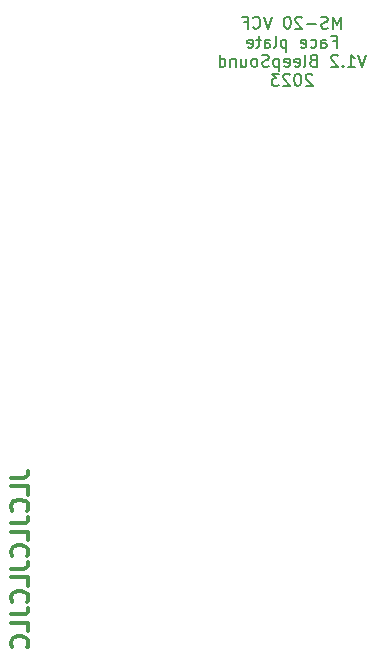
<source format=gbo>
G04 #@! TF.GenerationSoftware,KiCad,Pcbnew,6.0.10+dfsg-1~bpo11+1*
G04 #@! TF.CreationDate,2023-01-15T17:06:35+00:00*
G04 #@! TF.ProjectId,MS20-VCF,4d533230-2d56-4434-962e-6b696361645f,rev?*
G04 #@! TF.SameCoordinates,Original*
G04 #@! TF.FileFunction,Legend,Bot*
G04 #@! TF.FilePolarity,Positive*
%FSLAX46Y46*%
G04 Gerber Fmt 4.6, Leading zero omitted, Abs format (unit mm)*
G04 Created by KiCad (PCBNEW 6.0.10+dfsg-1~bpo11+1) date 2023-01-15 17:06:35*
%MOMM*%
%LPD*%
G01*
G04 APERTURE LIST*
%ADD10C,0.300000*%
%ADD11C,0.150000*%
%ADD12O,6.700000X4.200000*%
G04 APERTURE END LIST*
D10*
X104178571Y-67071428D02*
X105250000Y-67071428D01*
X105464285Y-67000000D01*
X105607142Y-66857142D01*
X105678571Y-66642857D01*
X105678571Y-66500000D01*
X105678571Y-68500000D02*
X105678571Y-67785714D01*
X104178571Y-67785714D01*
X105535714Y-69857142D02*
X105607142Y-69785714D01*
X105678571Y-69571428D01*
X105678571Y-69428571D01*
X105607142Y-69214285D01*
X105464285Y-69071428D01*
X105321428Y-69000000D01*
X105035714Y-68928571D01*
X104821428Y-68928571D01*
X104535714Y-69000000D01*
X104392857Y-69071428D01*
X104250000Y-69214285D01*
X104178571Y-69428571D01*
X104178571Y-69571428D01*
X104250000Y-69785714D01*
X104321428Y-69857142D01*
X104178571Y-70928571D02*
X105250000Y-70928571D01*
X105464285Y-70857142D01*
X105607142Y-70714285D01*
X105678571Y-70500000D01*
X105678571Y-70357142D01*
X105678571Y-72357142D02*
X105678571Y-71642857D01*
X104178571Y-71642857D01*
X105535714Y-73714285D02*
X105607142Y-73642857D01*
X105678571Y-73428571D01*
X105678571Y-73285714D01*
X105607142Y-73071428D01*
X105464285Y-72928571D01*
X105321428Y-72857142D01*
X105035714Y-72785714D01*
X104821428Y-72785714D01*
X104535714Y-72857142D01*
X104392857Y-72928571D01*
X104250000Y-73071428D01*
X104178571Y-73285714D01*
X104178571Y-73428571D01*
X104250000Y-73642857D01*
X104321428Y-73714285D01*
X104178571Y-74785714D02*
X105250000Y-74785714D01*
X105464285Y-74714285D01*
X105607142Y-74571428D01*
X105678571Y-74357142D01*
X105678571Y-74214285D01*
X105678571Y-76214285D02*
X105678571Y-75500000D01*
X104178571Y-75500000D01*
X105535714Y-77571428D02*
X105607142Y-77500000D01*
X105678571Y-77285714D01*
X105678571Y-77142857D01*
X105607142Y-76928571D01*
X105464285Y-76785714D01*
X105321428Y-76714285D01*
X105035714Y-76642857D01*
X104821428Y-76642857D01*
X104535714Y-76714285D01*
X104392857Y-76785714D01*
X104250000Y-76928571D01*
X104178571Y-77142857D01*
X104178571Y-77285714D01*
X104250000Y-77500000D01*
X104321428Y-77571428D01*
X104178571Y-78642857D02*
X105250000Y-78642857D01*
X105464285Y-78571428D01*
X105607142Y-78428571D01*
X105678571Y-78214285D01*
X105678571Y-78071428D01*
X105678571Y-80071428D02*
X105678571Y-79357142D01*
X104178571Y-79357142D01*
X105535714Y-81428571D02*
X105607142Y-81357142D01*
X105678571Y-81142857D01*
X105678571Y-81000000D01*
X105607142Y-80785714D01*
X105464285Y-80642857D01*
X105321428Y-80571428D01*
X105035714Y-80500000D01*
X104821428Y-80500000D01*
X104535714Y-80571428D01*
X104392857Y-80642857D01*
X104250000Y-80785714D01*
X104178571Y-81000000D01*
X104178571Y-81142857D01*
X104250000Y-81357142D01*
X104321428Y-81428571D01*
D11*
X132119047Y-29037380D02*
X132119047Y-28037380D01*
X131785714Y-28751666D01*
X131452380Y-28037380D01*
X131452380Y-29037380D01*
X131023809Y-28989761D02*
X130880952Y-29037380D01*
X130642857Y-29037380D01*
X130547619Y-28989761D01*
X130500000Y-28942142D01*
X130452380Y-28846904D01*
X130452380Y-28751666D01*
X130500000Y-28656428D01*
X130547619Y-28608809D01*
X130642857Y-28561190D01*
X130833333Y-28513571D01*
X130928571Y-28465952D01*
X130976190Y-28418333D01*
X131023809Y-28323095D01*
X131023809Y-28227857D01*
X130976190Y-28132619D01*
X130928571Y-28085000D01*
X130833333Y-28037380D01*
X130595238Y-28037380D01*
X130452380Y-28085000D01*
X130023809Y-28656428D02*
X129261904Y-28656428D01*
X128833333Y-28132619D02*
X128785714Y-28085000D01*
X128690476Y-28037380D01*
X128452380Y-28037380D01*
X128357142Y-28085000D01*
X128309523Y-28132619D01*
X128261904Y-28227857D01*
X128261904Y-28323095D01*
X128309523Y-28465952D01*
X128880952Y-29037380D01*
X128261904Y-29037380D01*
X127642857Y-28037380D02*
X127547619Y-28037380D01*
X127452380Y-28085000D01*
X127404761Y-28132619D01*
X127357142Y-28227857D01*
X127309523Y-28418333D01*
X127309523Y-28656428D01*
X127357142Y-28846904D01*
X127404761Y-28942142D01*
X127452380Y-28989761D01*
X127547619Y-29037380D01*
X127642857Y-29037380D01*
X127738095Y-28989761D01*
X127785714Y-28942142D01*
X127833333Y-28846904D01*
X127880952Y-28656428D01*
X127880952Y-28418333D01*
X127833333Y-28227857D01*
X127785714Y-28132619D01*
X127738095Y-28085000D01*
X127642857Y-28037380D01*
X126261904Y-28037380D02*
X125928571Y-29037380D01*
X125595238Y-28037380D01*
X124690476Y-28942142D02*
X124738095Y-28989761D01*
X124880952Y-29037380D01*
X124976190Y-29037380D01*
X125119047Y-28989761D01*
X125214285Y-28894523D01*
X125261904Y-28799285D01*
X125309523Y-28608809D01*
X125309523Y-28465952D01*
X125261904Y-28275476D01*
X125214285Y-28180238D01*
X125119047Y-28085000D01*
X124976190Y-28037380D01*
X124880952Y-28037380D01*
X124738095Y-28085000D01*
X124690476Y-28132619D01*
X123928571Y-28513571D02*
X124261904Y-28513571D01*
X124261904Y-29037380D02*
X124261904Y-28037380D01*
X123785714Y-28037380D01*
X131428571Y-30123571D02*
X131761904Y-30123571D01*
X131761904Y-30647380D02*
X131761904Y-29647380D01*
X131285714Y-29647380D01*
X130476190Y-30647380D02*
X130476190Y-30123571D01*
X130523809Y-30028333D01*
X130619047Y-29980714D01*
X130809523Y-29980714D01*
X130904761Y-30028333D01*
X130476190Y-30599761D02*
X130571428Y-30647380D01*
X130809523Y-30647380D01*
X130904761Y-30599761D01*
X130952380Y-30504523D01*
X130952380Y-30409285D01*
X130904761Y-30314047D01*
X130809523Y-30266428D01*
X130571428Y-30266428D01*
X130476190Y-30218809D01*
X129571428Y-30599761D02*
X129666666Y-30647380D01*
X129857142Y-30647380D01*
X129952380Y-30599761D01*
X130000000Y-30552142D01*
X130047619Y-30456904D01*
X130047619Y-30171190D01*
X130000000Y-30075952D01*
X129952380Y-30028333D01*
X129857142Y-29980714D01*
X129666666Y-29980714D01*
X129571428Y-30028333D01*
X128761904Y-30599761D02*
X128857142Y-30647380D01*
X129047619Y-30647380D01*
X129142857Y-30599761D01*
X129190476Y-30504523D01*
X129190476Y-30123571D01*
X129142857Y-30028333D01*
X129047619Y-29980714D01*
X128857142Y-29980714D01*
X128761904Y-30028333D01*
X128714285Y-30123571D01*
X128714285Y-30218809D01*
X129190476Y-30314047D01*
X127523809Y-29980714D02*
X127523809Y-30980714D01*
X127523809Y-30028333D02*
X127428571Y-29980714D01*
X127238095Y-29980714D01*
X127142857Y-30028333D01*
X127095238Y-30075952D01*
X127047619Y-30171190D01*
X127047619Y-30456904D01*
X127095238Y-30552142D01*
X127142857Y-30599761D01*
X127238095Y-30647380D01*
X127428571Y-30647380D01*
X127523809Y-30599761D01*
X126476190Y-30647380D02*
X126571428Y-30599761D01*
X126619047Y-30504523D01*
X126619047Y-29647380D01*
X125666666Y-30647380D02*
X125666666Y-30123571D01*
X125714285Y-30028333D01*
X125809523Y-29980714D01*
X126000000Y-29980714D01*
X126095238Y-30028333D01*
X125666666Y-30599761D02*
X125761904Y-30647380D01*
X126000000Y-30647380D01*
X126095238Y-30599761D01*
X126142857Y-30504523D01*
X126142857Y-30409285D01*
X126095238Y-30314047D01*
X126000000Y-30266428D01*
X125761904Y-30266428D01*
X125666666Y-30218809D01*
X125333333Y-29980714D02*
X124952380Y-29980714D01*
X125190476Y-29647380D02*
X125190476Y-30504523D01*
X125142857Y-30599761D01*
X125047619Y-30647380D01*
X124952380Y-30647380D01*
X124238095Y-30599761D02*
X124333333Y-30647380D01*
X124523809Y-30647380D01*
X124619047Y-30599761D01*
X124666666Y-30504523D01*
X124666666Y-30123571D01*
X124619047Y-30028333D01*
X124523809Y-29980714D01*
X124333333Y-29980714D01*
X124238095Y-30028333D01*
X124190476Y-30123571D01*
X124190476Y-30218809D01*
X124666666Y-30314047D01*
X134261904Y-31257380D02*
X133928571Y-32257380D01*
X133595238Y-31257380D01*
X132738095Y-32257380D02*
X133309523Y-32257380D01*
X133023809Y-32257380D02*
X133023809Y-31257380D01*
X133119047Y-31400238D01*
X133214285Y-31495476D01*
X133309523Y-31543095D01*
X132309523Y-32162142D02*
X132261904Y-32209761D01*
X132309523Y-32257380D01*
X132357142Y-32209761D01*
X132309523Y-32162142D01*
X132309523Y-32257380D01*
X131880952Y-31352619D02*
X131833333Y-31305000D01*
X131738095Y-31257380D01*
X131500000Y-31257380D01*
X131404761Y-31305000D01*
X131357142Y-31352619D01*
X131309523Y-31447857D01*
X131309523Y-31543095D01*
X131357142Y-31685952D01*
X131928571Y-32257380D01*
X131309523Y-32257380D01*
X129785714Y-31733571D02*
X129642857Y-31781190D01*
X129595238Y-31828809D01*
X129547619Y-31924047D01*
X129547619Y-32066904D01*
X129595238Y-32162142D01*
X129642857Y-32209761D01*
X129738095Y-32257380D01*
X130119047Y-32257380D01*
X130119047Y-31257380D01*
X129785714Y-31257380D01*
X129690476Y-31305000D01*
X129642857Y-31352619D01*
X129595238Y-31447857D01*
X129595238Y-31543095D01*
X129642857Y-31638333D01*
X129690476Y-31685952D01*
X129785714Y-31733571D01*
X130119047Y-31733571D01*
X128976190Y-32257380D02*
X129071428Y-32209761D01*
X129119047Y-32114523D01*
X129119047Y-31257380D01*
X128214285Y-32209761D02*
X128309523Y-32257380D01*
X128500000Y-32257380D01*
X128595238Y-32209761D01*
X128642857Y-32114523D01*
X128642857Y-31733571D01*
X128595238Y-31638333D01*
X128500000Y-31590714D01*
X128309523Y-31590714D01*
X128214285Y-31638333D01*
X128166666Y-31733571D01*
X128166666Y-31828809D01*
X128642857Y-31924047D01*
X127357142Y-32209761D02*
X127452380Y-32257380D01*
X127642857Y-32257380D01*
X127738095Y-32209761D01*
X127785714Y-32114523D01*
X127785714Y-31733571D01*
X127738095Y-31638333D01*
X127642857Y-31590714D01*
X127452380Y-31590714D01*
X127357142Y-31638333D01*
X127309523Y-31733571D01*
X127309523Y-31828809D01*
X127785714Y-31924047D01*
X126880952Y-31590714D02*
X126880952Y-32590714D01*
X126880952Y-31638333D02*
X126785714Y-31590714D01*
X126595238Y-31590714D01*
X126500000Y-31638333D01*
X126452380Y-31685952D01*
X126404761Y-31781190D01*
X126404761Y-32066904D01*
X126452380Y-32162142D01*
X126500000Y-32209761D01*
X126595238Y-32257380D01*
X126785714Y-32257380D01*
X126880952Y-32209761D01*
X126023809Y-32209761D02*
X125880952Y-32257380D01*
X125642857Y-32257380D01*
X125547619Y-32209761D01*
X125500000Y-32162142D01*
X125452380Y-32066904D01*
X125452380Y-31971666D01*
X125500000Y-31876428D01*
X125547619Y-31828809D01*
X125642857Y-31781190D01*
X125833333Y-31733571D01*
X125928571Y-31685952D01*
X125976190Y-31638333D01*
X126023809Y-31543095D01*
X126023809Y-31447857D01*
X125976190Y-31352619D01*
X125928571Y-31305000D01*
X125833333Y-31257380D01*
X125595238Y-31257380D01*
X125452380Y-31305000D01*
X124880952Y-32257380D02*
X124976190Y-32209761D01*
X125023809Y-32162142D01*
X125071428Y-32066904D01*
X125071428Y-31781190D01*
X125023809Y-31685952D01*
X124976190Y-31638333D01*
X124880952Y-31590714D01*
X124738095Y-31590714D01*
X124642857Y-31638333D01*
X124595238Y-31685952D01*
X124547619Y-31781190D01*
X124547619Y-32066904D01*
X124595238Y-32162142D01*
X124642857Y-32209761D01*
X124738095Y-32257380D01*
X124880952Y-32257380D01*
X123690476Y-31590714D02*
X123690476Y-32257380D01*
X124119047Y-31590714D02*
X124119047Y-32114523D01*
X124071428Y-32209761D01*
X123976190Y-32257380D01*
X123833333Y-32257380D01*
X123738095Y-32209761D01*
X123690476Y-32162142D01*
X123214285Y-31590714D02*
X123214285Y-32257380D01*
X123214285Y-31685952D02*
X123166666Y-31638333D01*
X123071428Y-31590714D01*
X122928571Y-31590714D01*
X122833333Y-31638333D01*
X122785714Y-31733571D01*
X122785714Y-32257380D01*
X121880952Y-32257380D02*
X121880952Y-31257380D01*
X121880952Y-32209761D02*
X121976190Y-32257380D01*
X122166666Y-32257380D01*
X122261904Y-32209761D01*
X122309523Y-32162142D01*
X122357142Y-32066904D01*
X122357142Y-31781190D01*
X122309523Y-31685952D01*
X122261904Y-31638333D01*
X122166666Y-31590714D01*
X121976190Y-31590714D01*
X121880952Y-31638333D01*
X129714285Y-32962619D02*
X129666666Y-32915000D01*
X129571428Y-32867380D01*
X129333333Y-32867380D01*
X129238095Y-32915000D01*
X129190476Y-32962619D01*
X129142857Y-33057857D01*
X129142857Y-33153095D01*
X129190476Y-33295952D01*
X129761904Y-33867380D01*
X129142857Y-33867380D01*
X128523809Y-32867380D02*
X128428571Y-32867380D01*
X128333333Y-32915000D01*
X128285714Y-32962619D01*
X128238095Y-33057857D01*
X128190476Y-33248333D01*
X128190476Y-33486428D01*
X128238095Y-33676904D01*
X128285714Y-33772142D01*
X128333333Y-33819761D01*
X128428571Y-33867380D01*
X128523809Y-33867380D01*
X128619047Y-33819761D01*
X128666666Y-33772142D01*
X128714285Y-33676904D01*
X128761904Y-33486428D01*
X128761904Y-33248333D01*
X128714285Y-33057857D01*
X128666666Y-32962619D01*
X128619047Y-32915000D01*
X128523809Y-32867380D01*
X127809523Y-32962619D02*
X127761904Y-32915000D01*
X127666666Y-32867380D01*
X127428571Y-32867380D01*
X127333333Y-32915000D01*
X127285714Y-32962619D01*
X127238095Y-33057857D01*
X127238095Y-33153095D01*
X127285714Y-33295952D01*
X127857142Y-33867380D01*
X127238095Y-33867380D01*
X126904761Y-32867380D02*
X126285714Y-32867380D01*
X126619047Y-33248333D01*
X126476190Y-33248333D01*
X126380952Y-33295952D01*
X126333333Y-33343571D01*
X126285714Y-33438809D01*
X126285714Y-33676904D01*
X126333333Y-33772142D01*
X126380952Y-33819761D01*
X126476190Y-33867380D01*
X126761904Y-33867380D01*
X126857142Y-33819761D01*
X126904761Y-33772142D01*
%LPC*%
D12*
X111000000Y-30000000D03*
X145000000Y-30000000D03*
X145000000Y-152500000D03*
X111000000Y-152500000D03*
M02*

</source>
